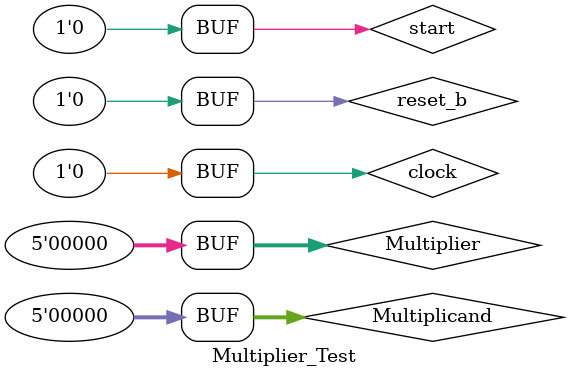
<source format=v>
`timescale 1ns / 1ps


module Multiplier_Test;

	// Inputs
	reg start;
	reg reset_b;
	reg clock;
	reg [4:0] Multiplicand;
	reg [4:0] Multiplier;

	// Outputs
	wire [9:0] Product;
	wire Ready;

	// Instantiate the Unit Under Test (UUT)
	Multiplier_Binary uut (
		.start(start), 
		.reset_b(reset_b), 
		.clock(clock), 
		.Multiplicand(Multiplicand), 
		.Multiplier(Multiplier), 
		.Product(Product), 
		.Ready(Ready)
	);

	initial begin
		// Initialize Inputs
		start = 0;
		reset_b = 0;
		clock = 0;
		Multiplicand = 0;
		Multiplier = 0;

		// Wait 100 ns for global reset to finish
		#100;
        
		// Add stimulus here

	end
      
endmodule


</source>
